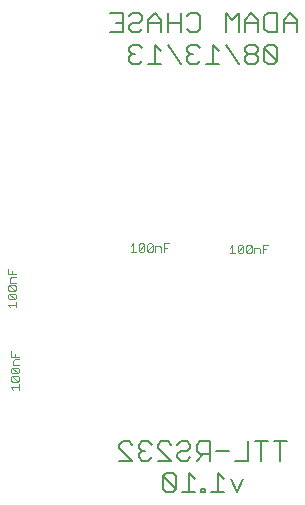
<source format=gbo>
G75*
G70*
%OFA0B0*%
%FSLAX24Y24*%
%IPPOS*%
%LPD*%
%AMOC8*
5,1,8,0,0,1.08239X$1,22.5*
%
%ADD10C,0.0060*%
%ADD11C,0.0020*%
D10*
X005687Y001413D02*
X006114Y001413D01*
X005687Y001840D01*
X005687Y001947D01*
X005794Y002054D01*
X006007Y002054D01*
X006114Y001947D01*
X006332Y001947D02*
X006332Y001840D01*
X006438Y001734D01*
X006332Y001627D01*
X006332Y001520D01*
X006438Y001413D01*
X006652Y001413D01*
X006759Y001520D01*
X006976Y001413D02*
X007403Y001413D01*
X006976Y001840D01*
X006976Y001947D01*
X007083Y002054D01*
X007296Y002054D01*
X007403Y001947D01*
X007621Y001947D02*
X007727Y002054D01*
X007941Y002054D01*
X008048Y001947D01*
X008048Y001840D01*
X007941Y001734D01*
X007727Y001734D01*
X007621Y001627D01*
X007621Y001520D01*
X007727Y001413D01*
X007941Y001413D01*
X008048Y001520D01*
X008265Y001413D02*
X008479Y001627D01*
X008372Y001627D02*
X008692Y001627D01*
X008692Y001413D02*
X008692Y002054D01*
X008372Y002054D01*
X008265Y001947D01*
X008265Y001734D01*
X008372Y001627D01*
X008910Y001734D02*
X009337Y001734D01*
X009554Y001413D02*
X009981Y001413D01*
X009981Y002054D01*
X010199Y002054D02*
X010626Y002054D01*
X010412Y002054D02*
X010412Y001413D01*
X011057Y001413D02*
X011057Y002054D01*
X011270Y002054D02*
X010843Y002054D01*
X009820Y000790D02*
X009607Y000363D01*
X009393Y000790D01*
X009176Y000790D02*
X008962Y001004D01*
X008962Y000363D01*
X008749Y000363D02*
X009176Y000363D01*
X008531Y000363D02*
X008424Y000363D01*
X008424Y000470D01*
X008531Y000470D01*
X008531Y000363D01*
X008209Y000363D02*
X007782Y000363D01*
X007564Y000470D02*
X007137Y000897D01*
X007137Y000470D01*
X007244Y000363D01*
X007458Y000363D01*
X007564Y000470D01*
X007564Y000897D01*
X007458Y001004D01*
X007244Y001004D01*
X007137Y000897D01*
X007995Y001004D02*
X007995Y000363D01*
X008209Y000790D02*
X007995Y001004D01*
X006759Y001947D02*
X006652Y002054D01*
X006438Y002054D01*
X006332Y001947D01*
X006438Y001734D02*
X006545Y001734D01*
X006654Y014638D02*
X007081Y014638D01*
X006867Y014638D02*
X006867Y015279D01*
X007081Y015065D01*
X007298Y015279D02*
X007725Y014638D01*
X007943Y014745D02*
X008050Y014638D01*
X008263Y014638D01*
X008370Y014745D01*
X008588Y014638D02*
X009015Y014638D01*
X008801Y014638D02*
X008801Y015279D01*
X009015Y015065D01*
X009232Y015279D02*
X009659Y014638D01*
X009877Y014745D02*
X009983Y014638D01*
X010197Y014638D01*
X010304Y014745D01*
X010304Y014852D01*
X010197Y014959D01*
X009983Y014959D01*
X009877Y014852D01*
X009877Y014745D01*
X009983Y014959D02*
X009877Y015065D01*
X009877Y015172D01*
X009983Y015279D01*
X010197Y015279D01*
X010304Y015172D01*
X010304Y015065D01*
X010197Y014959D01*
X010521Y015172D02*
X010628Y015279D01*
X010841Y015279D01*
X010948Y015172D01*
X010948Y014745D01*
X010521Y015172D01*
X010521Y014745D01*
X010628Y014638D01*
X010841Y014638D01*
X010948Y014745D01*
X010948Y015688D02*
X010628Y015688D01*
X010521Y015795D01*
X010521Y016222D01*
X010628Y016329D01*
X010948Y016329D01*
X010948Y015688D01*
X011166Y015688D02*
X011166Y016115D01*
X011379Y016329D01*
X011593Y016115D01*
X011593Y015688D01*
X011593Y016009D02*
X011166Y016009D01*
X010304Y016009D02*
X009877Y016009D01*
X009877Y016115D02*
X009877Y015688D01*
X009659Y015688D02*
X009659Y016329D01*
X009446Y016115D01*
X009232Y016329D01*
X009232Y015688D01*
X009877Y016115D02*
X010090Y016329D01*
X010304Y016115D01*
X010304Y015688D01*
X008370Y015795D02*
X008263Y015688D01*
X008050Y015688D01*
X007943Y015795D01*
X007725Y015688D02*
X007725Y016329D01*
X007943Y016222D02*
X008050Y016329D01*
X008263Y016329D01*
X008370Y016222D01*
X008370Y015795D01*
X008263Y015279D02*
X008050Y015279D01*
X007943Y015172D01*
X007943Y015065D01*
X008050Y014959D01*
X007943Y014852D01*
X007943Y014745D01*
X008050Y014959D02*
X008156Y014959D01*
X008370Y015172D02*
X008263Y015279D01*
X007725Y016009D02*
X007298Y016009D01*
X007081Y016009D02*
X006654Y016009D01*
X006654Y016115D02*
X006654Y015688D01*
X006436Y015795D02*
X006330Y015688D01*
X006116Y015688D01*
X006009Y015795D01*
X006009Y015902D01*
X006116Y016009D01*
X006330Y016009D01*
X006436Y016115D01*
X006436Y016222D01*
X006330Y016329D01*
X006116Y016329D01*
X006009Y016222D01*
X005792Y016329D02*
X005792Y015688D01*
X005365Y015688D01*
X005578Y016009D02*
X005792Y016009D01*
X005792Y016329D02*
X005365Y016329D01*
X006116Y015279D02*
X006009Y015172D01*
X006009Y015065D01*
X006116Y014959D01*
X006009Y014852D01*
X006009Y014745D01*
X006116Y014638D01*
X006330Y014638D01*
X006436Y014745D01*
X006223Y014959D02*
X006116Y014959D01*
X006116Y015279D02*
X006330Y015279D01*
X006436Y015172D01*
X007081Y015688D02*
X007081Y016115D01*
X006867Y016329D01*
X006654Y016115D01*
X007298Y016329D02*
X007298Y015688D01*
D11*
X002060Y003862D02*
X002153Y003768D01*
X002060Y003862D02*
X002340Y003862D01*
X002340Y003955D02*
X002340Y003768D01*
X002293Y004045D02*
X002106Y004045D01*
X002060Y004091D01*
X002060Y004185D01*
X002106Y004231D01*
X002293Y004045D01*
X002340Y004091D01*
X002340Y004185D01*
X002293Y004231D01*
X002106Y004231D01*
X002106Y004321D02*
X002060Y004368D01*
X002060Y004461D01*
X002106Y004508D01*
X002293Y004321D01*
X002340Y004368D01*
X002340Y004461D01*
X002293Y004508D01*
X002106Y004508D01*
X002153Y004597D02*
X002153Y004737D01*
X002200Y004784D01*
X002340Y004784D01*
X002340Y004873D02*
X002060Y004873D01*
X002060Y005060D01*
X002200Y004967D02*
X002200Y004873D01*
X002153Y004597D02*
X002340Y004597D01*
X002293Y004321D02*
X002106Y004321D01*
X002053Y006518D02*
X001960Y006612D01*
X002240Y006612D01*
X002240Y006705D02*
X002240Y006518D01*
X002193Y006795D02*
X002006Y006795D01*
X001960Y006841D01*
X001960Y006935D01*
X002006Y006981D01*
X002193Y006795D01*
X002240Y006841D01*
X002240Y006935D01*
X002193Y006981D01*
X002006Y006981D01*
X002006Y007071D02*
X001960Y007118D01*
X001960Y007211D01*
X002006Y007258D01*
X002193Y007071D01*
X002240Y007118D01*
X002240Y007211D01*
X002193Y007258D01*
X002006Y007258D01*
X002053Y007347D02*
X002053Y007487D01*
X002100Y007534D01*
X002240Y007534D01*
X002240Y007623D02*
X001960Y007623D01*
X001960Y007810D01*
X002100Y007717D02*
X002100Y007623D01*
X002053Y007347D02*
X002240Y007347D01*
X002193Y007071D02*
X002006Y007071D01*
X006060Y008368D02*
X006247Y008368D01*
X006153Y008368D02*
X006153Y008649D01*
X006060Y008555D01*
X006336Y008602D02*
X006336Y008415D01*
X006523Y008602D01*
X006523Y008415D01*
X006476Y008368D01*
X006383Y008368D01*
X006336Y008415D01*
X006336Y008602D02*
X006383Y008649D01*
X006476Y008649D01*
X006523Y008602D01*
X006612Y008602D02*
X006659Y008649D01*
X006753Y008649D01*
X006799Y008602D01*
X006612Y008415D01*
X006659Y008368D01*
X006753Y008368D01*
X006799Y008415D01*
X006799Y008602D01*
X006889Y008555D02*
X006889Y008368D01*
X007076Y008368D02*
X007076Y008508D01*
X007029Y008555D01*
X006889Y008555D01*
X007165Y008508D02*
X007258Y008508D01*
X007165Y008368D02*
X007165Y008649D01*
X007352Y008649D01*
X006612Y008602D02*
X006612Y008415D01*
X009360Y008505D02*
X009453Y008599D01*
X009453Y008318D01*
X009360Y008318D02*
X009547Y008318D01*
X009636Y008365D02*
X009683Y008318D01*
X009776Y008318D01*
X009823Y008365D01*
X009823Y008552D01*
X009636Y008365D01*
X009636Y008552D01*
X009683Y008599D01*
X009776Y008599D01*
X009823Y008552D01*
X009912Y008552D02*
X009959Y008599D01*
X010053Y008599D01*
X010099Y008552D01*
X009912Y008365D01*
X009959Y008318D01*
X010053Y008318D01*
X010099Y008365D01*
X010099Y008552D01*
X010189Y008505D02*
X010329Y008505D01*
X010376Y008458D01*
X010376Y008318D01*
X010465Y008318D02*
X010465Y008599D01*
X010652Y008599D01*
X010558Y008458D02*
X010465Y008458D01*
X010189Y008505D02*
X010189Y008318D01*
X009912Y008365D02*
X009912Y008552D01*
M02*

</source>
